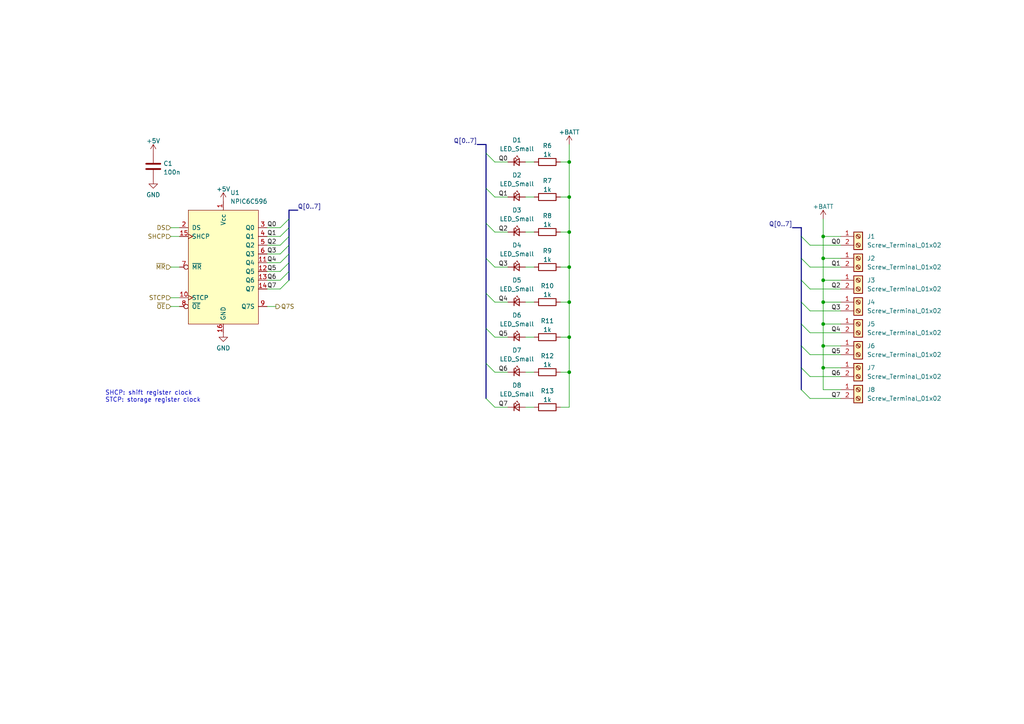
<source format=kicad_sch>
(kicad_sch (version 20230121) (generator eeschema)
  (paper "A4")
  (lib_symbols
    (symbol "Connector:Screw_Terminal_01x02" (pin_names (offset 1.016) hide)
      (property "Reference" "J" (at 0 2.54 0))
      (property "Value" "Screw_Terminal_01x02" (at 0 -5.08 0))
      (symbol "Screw_Terminal_01x02_1_1"
        (rectangle (start -1.27 1.27) (end 1.27 -3.81) (stroke (width 0.254)) (fill (type background)))
        (circle (center 0 -2.54) (radius 0.635) (stroke (width 0.1524)))
        (polyline (pts (xy -0.5334 -2.2098) (xy 0.3302 -3.048)) (stroke (width 0.1524)))
        (polyline (pts (xy -0.5334 0.3302) (xy 0.3302 -0.508)) (stroke (width 0.1524)))
        (polyline (pts (xy -0.3556 -2.032) (xy 0.508 -2.8702)) (stroke (width 0.1524)))
        (polyline (pts (xy -0.3556 0.508) (xy 0.508 -0.3302)) (stroke (width 0.1524)))
        (circle (center 0 0) (radius 0.635) (stroke (width 0.1524)))
        (pin passive line (at -5.08 0 0) (length 3.81) (name "Pin_1") (number "1"))
        (pin passive line (at -5.08 -2.54 0) (length 3.81) (name "Pin_2") (number "2"))
      )
    )
    (symbol "Device:C" (pin_numbers hide) (pin_names (offset 0.254))
      (property "Reference" "C" (at 0.635 2.54 0))
      (property "Value" "C" (at 0.635 -2.54 0))
      (symbol "C_0_1"
        (polyline (pts (xy -2.032 -0.762) (xy 2.032 -0.762)) (stroke (width 0.508)))
        (polyline (pts (xy -2.032 0.762) (xy 2.032 0.762)) (stroke (width 0.508)))
      )
      (symbol "C_1_1"
        (pin passive line (at 0 3.81 270) (length 2.794) (name "~") (number "1"))
        (pin passive line (at 0 -3.81 90) (length 2.794) (name "~") (number "2"))
      )
    )
    (symbol "Device:LED_Small" (pin_numbers hide) (pin_names (offset 0.254) hide)
      (property "Reference" "D" (at -1.27 3.175 0))
      (property "Value" "LED_Small" (at -4.445 -2.54 0))
      (symbol "LED_Small_0_1"
        (polyline (pts (xy -0.762 -1.016) (xy -0.762 1.016)) (stroke (width 0.254)))
        (polyline (pts (xy 1.016 0) (xy -0.762 0)))
        (polyline (pts (xy 0.762 -1.016) (xy -0.762 0) (xy 0.762 1.016) (xy 0.762 -1.016)) (stroke (width 0.254)))
        (polyline (pts (xy 0 0.762) (xy -0.508 1.27) (xy -0.254 1.27) (xy -0.508 1.27) (xy -0.508 1.016)))
        (polyline (pts (xy 0.508 1.27) (xy 0 1.778) (xy 0.254 1.778) (xy 0 1.778) (xy 0 1.524)))
      )
      (symbol "LED_Small_1_1"
        (pin passive line (at -2.54 0 0) (length 1.778) (name "K") (number "1"))
        (pin passive line (at 2.54 0 180) (length 1.778) (name "A") (number "2"))
      )
    )
    (symbol "Device:R" (pin_numbers hide) (pin_names (offset 0))
      (property "Reference" "R" (at 2.032 0 90))
      (property "Value" "R" (at 0 0 90))
      (symbol "R_0_1"
        (rectangle (start -1.016 -2.54) (end 1.016 2.54) (stroke (width 0.254)))
      )
      (symbol "R_1_1"
        (pin passive line (at 0 3.81 270) (length 1.27) (name "~") (number "1"))
        (pin passive line (at 0 -3.81 90) (length 1.27) (name "~") (number "2"))
      )
    )
    (symbol "power:+5V" (power) (pin_names (offset 0))
      (property "Value" "+5V" (at 0 3.556 0))
      (symbol "+5V_0_1"
        (polyline (pts (xy -0.762 1.27) (xy 0 2.54)))
        (polyline (pts (xy 0 0) (xy 0 2.54)))
        (polyline (pts (xy 0 2.54) (xy 0.762 1.27)))
      )
      (symbol "+5V_1_1"
        (pin power_in line (at 0 0 90) (length 0) hide (name "+5V") (number "1"))
      )
    )
    (symbol "power:+BATT" (power) (pin_names (offset 0))
      (property "Value" "+BATT" (at 0 3.556 0))
      (symbol "+BATT_0_1"
        (polyline (pts (xy -0.762 1.27) (xy 0 2.54)))
        (polyline (pts (xy 0 0) (xy 0 2.54)))
        (polyline (pts (xy 0 2.54) (xy 0.762 1.27)))
      )
      (symbol "+BATT_1_1"
        (pin power_in line (at 0 0 90) (length 0) hide (name "+BATT") (number "1"))
      )
    )
    (symbol "power:GND" (power) (pin_names (offset 0))
      (property "Value" "GND" (at 0 -3.81 0))
      (symbol "GND_0_1"
        (polyline (pts (xy 0 0) (xy 0 -1.27) (xy 1.27 -1.27) (xy 0 -2.54) (xy -1.27 -1.27) (xy 0 -1.27)))
      )
      (symbol "GND_1_1"
        (pin power_in line (at 0 0 270) (length 0) hide (name "GND") (number "1"))
      )
    )
    (symbol "project_lib:NPIC6C596" (pin_names (offset 1.016))
      (property "Reference" "U" (at 6.35 17.78 0))
      (property "Value" "NPIC6C596" (at 0 0 0))
      (symbol "NPIC6C596_0_1"
        (rectangle (start -10.16 16.51) (end 10.16 -16.51) (fill (type background)))
      )
      (symbol "NPIC6C596_1_1"
        (pin power_in line (at 0 19.05 270) (length 2.54) (name "Vcc") (number "1"))
        (pin input clock (at -12.7 -8.89 0) (length 2.54) (name "STCP") (number "10"))
        (pin open_collector line (at 12.7 1.27 180) (length 2.54) (name "Q4") (number "11"))
        (pin open_collector line (at 12.7 -1.27 180) (length 2.54) (name "Q5") (number "12"))
        (pin open_collector line (at 12.7 -3.81 180) (length 2.54) (name "Q6") (number "13"))
        (pin open_collector line (at 12.7 -6.35 180) (length 2.54) (name "Q7") (number "14"))
        (pin input clock (at -12.7 8.89 0) (length 2.54) (name "SHCP") (number "15"))
        (pin power_in line (at 0 -19.05 90) (length 2.54) (name "GND") (number "16"))
        (pin input line (at -12.7 11.43 0) (length 2.54) (name "DS") (number "2"))
        (pin open_collector line (at 12.7 11.43 180) (length 2.54) (name "Q0") (number "3"))
        (pin open_collector line (at 12.7 8.89 180) (length 2.54) (name "Q1") (number "4"))
        (pin open_collector line (at 12.7 6.35 180) (length 2.54) (name "Q2") (number "5"))
        (pin open_collector line (at 12.7 3.81 180) (length 2.54) (name "Q3") (number "6"))
        (pin input inverted (at -12.7 0 0) (length 2.54) (name "~{MR}") (number "7"))
        (pin input inverted (at -12.7 -11.43 0) (length 2.54) (name "~{OE}") (number "8"))
        (pin output line (at 12.7 -11.43 180) (length 2.54) (name "Q7S") (number "9"))
      )
    )
  )
  (junction (at 238.76 100.33))
  (junction (at 165.1 77.47))
  (junction (at 165.1 46.99))
  (junction (at 165.1 57.15))
  (junction (at 238.76 106.68))
  (junction (at 238.76 81.28))
  (junction (at 238.76 68.58))
  (junction (at 165.1 107.95))
  (junction (at 165.1 97.79))
  (junction (at 165.1 87.63))
  (junction (at 238.76 93.98))
  (junction (at 238.76 87.63))
  (junction (at 165.1 67.31))
  (junction (at 238.76 74.93))
  (bus_entry (at 81.28 66.04) (size 2.54 -2.54))
  (bus_entry (at 81.28 73.66) (size 2.54 -2.54))
  (bus_entry (at 234.95 109.22) (size -2.54 -2.54))
  (bus_entry (at 143.51 46.99) (size -2.54 -2.54))
  (bus_entry (at 81.28 71.12) (size 2.54 -2.54))
  (bus_entry (at 81.28 81.28) (size 2.54 -2.54))
  (bus_entry (at 143.51 107.95) (size -2.54 -2.54))
  (bus_entry (at 143.51 67.31) (size -2.54 -2.54))
  (bus_entry (at 234.95 102.87) (size -2.54 -2.54))
  (bus_entry (at 81.28 78.74) (size 2.54 -2.54))
  (bus_entry (at 234.95 83.82) (size -2.54 -2.54))
  (bus_entry (at 143.51 77.47) (size -2.54 -2.54))
  (bus_entry (at 81.28 68.58) (size 2.54 -2.54))
  (bus_entry (at 143.51 57.15) (size -2.54 -2.54))
  (bus_entry (at 234.95 115.57) (size -2.54 -2.54))
  (bus_entry (at 234.95 77.47) (size -2.54 -2.54))
  (bus_entry (at 143.51 97.79) (size -2.54 -2.54))
  (bus_entry (at 81.28 76.2) (size 2.54 -2.54))
  (bus_entry (at 81.28 83.82) (size 2.54 -2.54))
  (bus_entry (at 234.95 90.17) (size -2.54 -2.54))
  (bus_entry (at 234.95 96.52) (size -2.54 -2.54))
  (bus_entry (at 143.51 87.63) (size -2.54 -2.54))
  (bus_entry (at 234.95 71.12) (size -2.54 -2.54))
  (bus_entry (at 143.51 118.11) (size -2.54 -2.54))
  (wire (pts (xy 49.53 86.36) (xy 52.07 86.36)))
  (wire (pts (xy 243.84 115.57) (xy 234.95 115.57)))
  (wire (pts (xy 152.4 118.11) (xy 154.94 118.11)))
  (wire (pts (xy 152.4 46.99) (xy 154.94 46.99)))
  (wire (pts (xy 152.4 97.79) (xy 154.94 97.79)))
  (bus (pts (xy 140.97 41.91) (xy 138.43 41.91)))
  (wire (pts (xy 238.76 106.68) (xy 238.76 113.03)))
  (wire (pts (xy 165.1 46.99) (xy 165.1 57.15)))
  (wire (pts (xy 147.32 107.95) (xy 143.51 107.95)))
  (wire (pts (xy 238.76 87.63) (xy 238.76 93.98)))
  (bus (pts (xy 140.97 64.77) (xy 140.97 54.61)))
  (bus (pts (xy 83.82 71.12) (xy 83.82 68.58)))
  (wire (pts (xy 165.1 97.79) (xy 165.1 107.95)))
  (wire (pts (xy 77.47 83.82) (xy 81.28 83.82)))
  (bus (pts (xy 140.97 95.25) (xy 140.97 85.09)))
  (wire (pts (xy 243.84 77.47) (xy 234.95 77.47)))
  (bus (pts (xy 140.97 74.93) (xy 140.97 64.77)))
  (wire (pts (xy 165.1 77.47) (xy 165.1 87.63)))
  (wire (pts (xy 243.84 109.22) (xy 234.95 109.22)))
  (wire (pts (xy 165.1 67.31) (xy 165.1 77.47)))
  (wire (pts (xy 165.1 87.63) (xy 165.1 97.79)))
  (bus (pts (xy 140.97 44.45) (xy 140.97 41.91)))
  (wire (pts (xy 243.84 102.87) (xy 234.95 102.87)))
  (bus (pts (xy 140.97 85.09) (xy 140.97 74.93)))
  (wire (pts (xy 147.32 87.63) (xy 143.51 87.63)))
  (wire (pts (xy 238.76 81.28) (xy 238.76 87.63)))
  (bus (pts (xy 232.41 68.58) (xy 232.41 66.04)))
  (wire (pts (xy 49.53 66.04) (xy 52.07 66.04)))
  (wire (pts (xy 147.32 77.47) (xy 143.51 77.47)))
  (wire (pts (xy 147.32 57.15) (xy 143.51 57.15)))
  (wire (pts (xy 243.84 71.12) (xy 234.95 71.12)))
  (wire (pts (xy 147.32 67.31) (xy 143.51 67.31)))
  (wire (pts (xy 152.4 87.63) (xy 154.94 87.63)))
  (wire (pts (xy 77.47 88.9) (xy 80.01 88.9)))
  (wire (pts (xy 243.84 83.82) (xy 234.95 83.82)))
  (wire (pts (xy 152.4 57.15) (xy 154.94 57.15)))
  (wire (pts (xy 162.56 118.11) (xy 165.1 118.11)))
  (wire (pts (xy 238.76 74.93) (xy 243.84 74.93)))
  (wire (pts (xy 77.47 66.04) (xy 81.28 66.04)))
  (wire (pts (xy 162.56 77.47) (xy 165.1 77.47)))
  (wire (pts (xy 238.76 87.63) (xy 243.84 87.63)))
  (wire (pts (xy 243.84 113.03) (xy 238.76 113.03)))
  (bus (pts (xy 83.82 78.74) (xy 83.82 76.2)))
  (wire (pts (xy 147.32 46.99) (xy 143.51 46.99)))
  (wire (pts (xy 162.56 57.15) (xy 165.1 57.15)))
  (bus (pts (xy 83.82 60.96) (xy 86.36 60.96)))
  (bus (pts (xy 232.41 93.98) (xy 232.41 87.63)))
  (bus (pts (xy 83.82 76.2) (xy 83.82 73.66)))
  (wire (pts (xy 77.47 73.66) (xy 81.28 73.66)))
  (wire (pts (xy 238.76 93.98) (xy 243.84 93.98)))
  (wire (pts (xy 49.53 68.58) (xy 52.07 68.58)))
  (wire (pts (xy 238.76 63.5) (xy 238.76 68.58)))
  (wire (pts (xy 238.76 81.28) (xy 243.84 81.28)))
  (wire (pts (xy 77.47 81.28) (xy 81.28 81.28)))
  (wire (pts (xy 165.1 41.91) (xy 165.1 46.99)))
  (bus (pts (xy 83.82 73.66) (xy 83.82 71.12)))
  (wire (pts (xy 238.76 74.93) (xy 238.76 81.28)))
  (wire (pts (xy 152.4 77.47) (xy 154.94 77.47)))
  (wire (pts (xy 162.56 87.63) (xy 165.1 87.63)))
  (bus (pts (xy 83.82 81.28) (xy 83.82 78.74)))
  (wire (pts (xy 162.56 107.95) (xy 165.1 107.95)))
  (bus (pts (xy 83.82 68.58) (xy 83.82 66.04)))
  (wire (pts (xy 77.47 78.74) (xy 81.28 78.74)))
  (bus (pts (xy 140.97 115.57) (xy 140.97 105.41)))
  (wire (pts (xy 238.76 100.33) (xy 243.84 100.33)))
  (wire (pts (xy 162.56 46.99) (xy 165.1 46.99)))
  (wire (pts (xy 152.4 67.31) (xy 154.94 67.31)))
  (wire (pts (xy 238.76 100.33) (xy 238.76 106.68)))
  (wire (pts (xy 147.32 118.11) (xy 143.51 118.11)))
  (bus (pts (xy 140.97 54.61) (xy 140.97 44.45)))
  (wire (pts (xy 238.76 68.58) (xy 243.84 68.58)))
  (bus (pts (xy 232.41 113.03) (xy 232.41 106.68)))
  (wire (pts (xy 162.56 67.31) (xy 165.1 67.31)))
  (bus (pts (xy 232.41 74.93) (xy 232.41 68.58)))
  (bus (pts (xy 232.41 100.33) (xy 232.41 93.98)))
  (wire (pts (xy 49.53 77.47) (xy 52.07 77.47)))
  (wire (pts (xy 165.1 57.15) (xy 165.1 67.31)))
  (bus (pts (xy 232.41 66.04) (xy 229.87 66.04)))
  (bus (pts (xy 232.41 106.68) (xy 232.41 100.33)))
  (bus (pts (xy 140.97 105.41) (xy 140.97 95.25)))
  (wire (pts (xy 77.47 76.2) (xy 81.28 76.2)))
  (wire (pts (xy 238.76 68.58) (xy 238.76 74.93)))
  (wire (pts (xy 238.76 106.68) (xy 243.84 106.68)))
  (bus (pts (xy 83.82 63.5) (xy 83.82 60.96)))
  (wire (pts (xy 162.56 97.79) (xy 165.1 97.79)))
  (wire (pts (xy 238.76 93.98) (xy 238.76 100.33)))
  (wire (pts (xy 49.53 88.9) (xy 52.07 88.9)))
  (wire (pts (xy 152.4 107.95) (xy 154.94 107.95)))
  (wire (pts (xy 243.84 90.17) (xy 234.95 90.17)))
  (wire (pts (xy 147.32 97.79) (xy 143.51 97.79)))
  (bus (pts (xy 232.41 87.63) (xy 232.41 81.28)))
  (wire (pts (xy 77.47 71.12) (xy 81.28 71.12)))
  (wire (pts (xy 165.1 107.95) (xy 165.1 118.11)))
  (bus (pts (xy 232.41 81.28) (xy 232.41 74.93)))
  (wire (pts (xy 243.84 96.52) (xy 234.95 96.52)))
  (wire (pts (xy 77.47 68.58) (xy 81.28 68.58)))
  (bus (pts (xy 83.82 66.04) (xy 83.82 63.5)))
  (text "SHCP: shift register clock\nSTCP: storage register clock" (at 30.48 116.84 0) (effects (font (size 1.27 1.27)) (justify left bottom)))
  (label "Q7" (at 147.32 118.11 180))
  (label "Q5" (at 243.84 102.87 180))
  (label "Q2" (at 243.84 83.82 180))
  (label "Q3" (at 243.84 90.17 180))
  (label "Q2" (at 147.32 67.31 180))
  (label "Q5" (at 147.32 97.79 180))
  (label "Q4" (at 77.47 76.2 0))
  (label "Q[0..7]" (at 86.36 60.96 0))
  (label "Q4" (at 243.84 96.52 180))
  (label "Q3" (at 147.32 77.47 180))
  (label "Q7" (at 77.47 83.82 0))
  (label "Q6" (at 77.47 81.28 0))
  (label "Q4" (at 147.32 87.63 180))
  (label "Q0" (at 147.32 46.99 180))
  (label "Q1" (at 243.84 77.47 180))
  (label "Q1" (at 77.47 68.58 0))
  (label "Q7" (at 243.84 115.57 180))
  (label "Q0" (at 243.84 71.12 180))
  (label "Q2" (at 77.47 71.12 0))
  (label "Q6" (at 243.84 109.22 180))
  (label "Q[0..7]" (at 229.87 66.04 180))
  (label "Q3" (at 77.47 73.66 0))
  (label "Q[0..7]" (at 138.43 41.91 180))
  (label "Q6" (at 147.32 107.95 180))
  (label "Q0" (at 77.47 66.04 0))
  (label "Q1" (at 147.32 57.15 180))
  (label "Q5" (at 77.47 78.74 0))
  (hierarchical_label "SHCP" (shape input) (at 49.53 68.58 180))
  (hierarchical_label "STCP" (shape input) (at 49.53 86.36 180))
  (hierarchical_label "~{OE}" (shape input) (at 49.53 88.9 180))
  (hierarchical_label "Q7S" (shape output) (at 80.01 88.9 0))
  (hierarchical_label "~{MR}" (shape input) (at 49.53 77.47 180))
  (hierarchical_label "DS" (shape input) (at 49.53 66.04 180))
  (symbol (lib_id "Device:C") (at 44.45 48.26 0) (unit 1)
    (property "Reference" "C1" (at 47.371 47.4253 0) (effects (justify left)))
    (property "Value" "100n" (at 47.371 49.9622 0) (effects (justify left)))
    (property "Footprint" "Capacitor_SMD:C_0603_1608Metric" (effects hide))
    (instances (project "heating_controller" (path "" (reference "C1") (unit 1)) (path "" (reference "C2") (unit 1))))
  )
  (symbol (lib_id "Device:LED_Small") (at 149.86 57.15 0) (unit 1)
    (property "Reference" "D2" (at 149.9235 50.8 0))
    (property "Value" "LED_Small" (at 149.9235 53.34 0))
    (property "Footprint" "LED_SMD:LED_0603_1608Metric" (effects hide))
    (instances (project "heating_controller" (path "" (reference "D2") (unit 1)) (path "" (reference "D10") (unit 1))))
  )
  (symbol (lib_id "power:+BATT") (at 238.76 63.5 0) (unit 1)
    (property "Reference" "#PWR0102" (effects hide))
    (property "Value" "+BATT" (at 238.76 59.9242 0))
    (instances (project "heating_controller" (path "" (reference "#PWR0102") (unit 1)) (path "" (reference "#PWR0104") (unit 1))))
  )
  (symbol (lib_id "power:+5V") (at 64.77 58.42 0) (unit 1)
    (property "Reference" "#PWR0122" (effects hide))
    (property "Value" "+5V" (at 64.77 54.8442 0))
    (instances (project "heating_controller" (path "" (reference "#PWR0122") (unit 1)) (path "" (reference "#PWR0126") (unit 1))))
  )
  (symbol (lib_id "Connector:Screw_Terminal_01x02") (at 248.92 74.93 0) (unit 1)
    (property "Reference" "J2" (at 251.46 74.9299 0) (effects (justify left)))
    (property "Value" "Screw_Terminal_01x02" (at 251.46 77.4699 0) (effects (justify left)))
    (property "Footprint" "Connector_Phoenix_MC:PhoenixContact_MCV_1,5_2-G-3.81_1x02_P3.81mm_Vertical" (effects hide))
    (instances (project "heating_controller" (path "" (reference "J2") (unit 1)) (path "" (reference "J10") (unit 1))))
  )
  (symbol (lib_id "Device:R") (at 158.75 77.47 90) (unit 1)
    (property "Reference" "R9" (at 158.75 72.7542 90))
    (property "Value" "1k" (at 158.75 75.2911 90))
    (property "Footprint" "Resistor_SMD:R_0603_1608Metric" (effects hide))
    (instances (project "heating_controller" (path "" (reference "R9") (unit 1)) (path "" (reference "R17") (unit 1))))
  )
  (symbol (lib_id "power:+BATT") (at 165.1 41.91 0) (unit 1)
    (property "Reference" "#PWR0101" (effects hide))
    (property "Value" "+BATT" (at 165.1 38.3342 0))
    (instances (project "heating_controller" (path "" (reference "#PWR0101") (unit 1)) (path "" (reference "#PWR0103") (unit 1))))
  )
  (symbol (lib_id "Connector:Screw_Terminal_01x02") (at 248.92 87.63 0) (unit 1)
    (property "Reference" "J4" (at 251.46 87.6299 0) (effects (justify left)))
    (property "Value" "Screw_Terminal_01x02" (at 251.46 90.1699 0) (effects (justify left)))
    (property "Footprint" "Connector_Phoenix_MC:PhoenixContact_MCV_1,5_2-G-3.81_1x02_P3.81mm_Vertical" (effects hide))
    (instances (project "heating_controller" (path "" (reference "J4") (unit 1)) (path "" (reference "J12") (unit 1))))
  )
  (symbol (lib_id "Connector:Screw_Terminal_01x02") (at 248.92 106.68 0) (unit 1)
    (property "Reference" "J7" (at 251.46 106.6799 0) (effects (justify left)))
    (property "Value" "Screw_Terminal_01x02" (at 251.46 109.2199 0) (effects (justify left)))
    (property "Footprint" "Connector_Phoenix_MC:PhoenixContact_MCV_1,5_2-G-3.81_1x02_P3.81mm_Vertical" (effects hide))
    (instances (project "heating_controller" (path "" (reference "J7") (unit 1)) (path "" (reference "J15") (unit 1))))
  )
  (symbol (lib_id "Device:LED_Small") (at 149.86 118.11 0) (unit 1)
    (property "Reference" "D8" (at 149.9235 111.76 0))
    (property "Value" "LED_Small" (at 149.9235 114.3 0))
    (property "Footprint" "LED_SMD:LED_0603_1608Metric" (effects hide))
    (instances (project "heating_controller" (path "" (reference "D8") (unit 1)) (path "" (reference "D16") (unit 1))))
  )
  (symbol (lib_id "power:GND") (at 44.45 52.07 0) (unit 1)
    (property "Reference" "#PWR0125" (effects hide))
    (property "Value" "GND" (at 44.45 56.5134 0))
    (instances (project "heating_controller" (path "" (reference "#PWR0125") (unit 1)) (path "" (reference "#PWR0129") (unit 1))))
  )
  (symbol (lib_id "Device:LED_Small") (at 149.86 67.31 0) (unit 1)
    (property "Reference" "D3" (at 149.9235 60.96 0))
    (property "Value" "LED_Small" (at 149.9235 63.5 0))
    (property "Footprint" "LED_SMD:LED_0603_1608Metric" (effects hide))
    (instances (project "heating_controller" (path "" (reference "D3") (unit 1)) (path "" (reference "D11") (unit 1))))
  )
  (symbol (lib_id "project_lib:NPIC6C596") (at 64.77 77.47 0) (unit 1)
    (property "Reference" "U1" (at 66.7894 55.88 0) (effects (justify left)))
    (property "Value" "NPIC6C596" (at 66.7894 58.42 0) (effects (justify left)))
    (property "Footprint" "Package_SO:SO-16_3.9x9.9mm_P1.27mm" (effects hide))
    (instances (project "heating_controller" (path "" (reference "U1") (unit 1)) (path "" (reference "U2") (unit 1))))
  )
  (symbol (lib_id "Connector:Screw_Terminal_01x02") (at 248.92 113.03 0) (unit 1)
    (property "Reference" "J8" (at 251.46 113.0299 0) (effects (justify left)))
    (property "Value" "Screw_Terminal_01x02" (at 251.46 115.5699 0) (effects (justify left)))
    (property "Footprint" "Connector_Phoenix_MC:PhoenixContact_MCV_1,5_2-G-3.81_1x02_P3.81mm_Vertical" (effects hide))
    (instances (project "heating_controller" (path "" (reference "J8") (unit 1)) (path "" (reference "J16") (unit 1))))
  )
  (symbol (lib_id "Connector:Screw_Terminal_01x02") (at 248.92 93.98 0) (unit 1)
    (property "Reference" "J5" (at 251.46 93.9799 0) (effects (justify left)))
    (property "Value" "Screw_Terminal_01x02" (at 251.46 96.5199 0) (effects (justify left)))
    (property "Footprint" "Connector_Phoenix_MC:PhoenixContact_MCV_1,5_2-G-3.81_1x02_P3.81mm_Vertical" (effects hide))
    (instances (project "heating_controller" (path "" (reference "J5") (unit 1)) (path "" (reference "J13") (unit 1))))
  )
  (symbol (lib_id "Device:R") (at 158.75 97.79 90) (unit 1)
    (property "Reference" "R11" (at 158.75 93.0742 90))
    (property "Value" "1k" (at 158.75 95.6111 90))
    (property "Footprint" "Resistor_SMD:R_0603_1608Metric" (effects hide))
    (instances (project "heating_controller" (path "" (reference "R11") (unit 1)) (path "" (reference "R19") (unit 1))))
  )
  (symbol (lib_id "power:GND") (at 64.77 96.52 0) (unit 1)
    (property "Reference" "#PWR0123" (effects hide))
    (property "Value" "GND" (at 64.77 100.9634 0))
    (instances (project "heating_controller" (path "" (reference "#PWR0123") (unit 1)) (path "" (reference "#PWR0127") (unit 1))))
  )
  (symbol (lib_id "Device:LED_Small") (at 149.86 107.95 0) (unit 1)
    (property "Reference" "D7" (at 149.9235 101.6 0))
    (property "Value" "LED_Small" (at 149.9235 104.14 0))
    (property "Footprint" "LED_SMD:LED_0603_1608Metric" (effects hide))
    (instances (project "heating_controller" (path "" (reference "D7") (unit 1)) (path "" (reference "D15") (unit 1))))
  )
  (symbol (lib_id "Connector:Screw_Terminal_01x02") (at 248.92 81.28 0) (unit 1)
    (property "Reference" "J3" (at 251.46 81.2799 0) (effects (justify left)))
    (property "Value" "Screw_Terminal_01x02" (at 251.46 83.8199 0) (effects (justify left)))
    (property "Footprint" "Connector_Phoenix_MC:PhoenixContact_MCV_1,5_2-G-3.81_1x02_P3.81mm_Vertical" (effects hide))
    (instances (project "heating_controller" (path "" (reference "J3") (unit 1)) (path "" (reference "J11") (unit 1))))
  )
  (symbol (lib_id "Device:LED_Small") (at 149.86 77.47 0) (unit 1)
    (property "Reference" "D4" (at 149.9235 71.12 0))
    (property "Value" "LED_Small" (at 149.9235 73.66 0))
    (property "Footprint" "LED_SMD:LED_0603_1608Metric" (effects hide))
    (instances (project "heating_controller" (path "" (reference "D4") (unit 1)) (path "" (reference "D12") (unit 1))))
  )
  (symbol (lib_id "Device:LED_Small") (at 149.86 97.79 0) (unit 1)
    (property "Reference" "D6" (at 149.9235 91.44 0))
    (property "Value" "LED_Small" (at 149.9235 93.98 0))
    (property "Footprint" "LED_SMD:LED_0603_1608Metric" (effects hide))
    (instances (project "heating_controller" (path "" (reference "D6") (unit 1)) (path "" (reference "D14") (unit 1))))
  )
  (symbol (lib_id "power:+5V") (at 44.45 44.45 0) (unit 1)
    (property "Reference" "#PWR0124" (effects hide))
    (property "Value" "+5V" (at 44.45 40.8742 0))
    (instances (project "heating_controller" (path "" (reference "#PWR0124") (unit 1)) (path "" (reference "#PWR0128") (unit 1))))
  )
  (symbol (lib_id "Device:R") (at 158.75 118.11 90) (unit 1)
    (property "Reference" "R13" (at 158.75 113.3942 90))
    (property "Value" "1k" (at 158.75 115.9311 90))
    (property "Footprint" "Resistor_SMD:R_0603_1608Metric" (effects hide))
    (instances (project "heating_controller" (path "" (reference "R13") (unit 1)) (path "" (reference "R21") (unit 1))))
  )
  (symbol (lib_id "Device:LED_Small") (at 149.86 87.63 0) (unit 1)
    (property "Reference" "D5" (at 149.9235 81.28 0))
    (property "Value" "LED_Small" (at 149.9235 83.82 0))
    (property "Footprint" "LED_SMD:LED_0603_1608Metric" (effects hide))
    (instances (project "heating_controller" (path "" (reference "D5") (unit 1)) (path "" (reference "D13") (unit 1))))
  )
  (symbol (lib_id "Connector:Screw_Terminal_01x02") (at 248.92 68.58 0) (unit 1)
    (property "Reference" "J1" (at 251.46 68.5799 0) (effects (justify left)))
    (property "Value" "Screw_Terminal_01x02" (at 251.46 71.1199 0) (effects (justify left)))
    (property "Footprint" "Connector_Phoenix_MC:PhoenixContact_MCV_1,5_2-G-3.81_1x02_P3.81mm_Vertical" (effects hide))
    (instances (project "heating_controller" (path "" (reference "J1") (unit 1)) (path "" (reference "J9") (unit 1))))
  )
  (symbol (lib_id "Device:LED_Small") (at 149.86 46.99 0) (unit 1)
    (property "Reference" "D1" (at 149.9235 40.64 0))
    (property "Value" "LED_Small" (at 149.9235 43.18 0))
    (property "Footprint" "LED_SMD:LED_0603_1608Metric" (effects hide))
    (instances (project "heating_controller" (path "" (reference "D1") (unit 1)) (path "" (reference "D9") (unit 1))))
  )
  (symbol (lib_id "Connector:Screw_Terminal_01x02") (at 248.92 100.33 0) (unit 1)
    (property "Reference" "J6" (at 251.46 100.3299 0) (effects (justify left)))
    (property "Value" "Screw_Terminal_01x02" (at 251.46 102.8699 0) (effects (justify left)))
    (property "Footprint" "Connector_Phoenix_MC:PhoenixContact_MCV_1,5_2-G-3.81_1x02_P3.81mm_Vertical" (effects hide))
    (instances (project "heating_controller" (path "" (reference "J6") (unit 1)) (path "" (reference "J14") (unit 1))))
  )
  (symbol (lib_id "Device:R") (at 158.75 46.99 90) (unit 1)
    (property "Reference" "R6" (at 158.75 42.2742 90))
    (property "Value" "1k" (at 158.75 44.8111 90))
    (property "Footprint" "Resistor_SMD:R_0603_1608Metric" (effects hide))
    (instances (project "heating_controller" (path "" (reference "R6") (unit 1)) (path "" (reference "R14") (unit 1))))
  )
  (symbol (lib_id "Device:R") (at 158.75 107.95 90) (unit 1)
    (property "Reference" "R12" (at 158.75 103.2342 90))
    (property "Value" "1k" (at 158.75 105.7711 90))
    (property "Footprint" "Resistor_SMD:R_0603_1608Metric" (effects hide))
    (instances (project "heating_controller" (path "" (reference "R12") (unit 1)) (path "" (reference "R20") (unit 1))))
  )
  (symbol (lib_id "Device:R") (at 158.75 57.15 90) (unit 1)
    (property "Reference" "R7" (at 158.75 52.4342 90))
    (property "Value" "1k" (at 158.75 54.9711 90))
    (property "Footprint" "Resistor_SMD:R_0603_1608Metric" (effects hide))
    (instances (project "heating_controller" (path "" (reference "R7") (unit 1)) (path "" (reference "R15") (unit 1))))
  )
  (symbol (lib_id "Device:R") (at 158.75 67.31 90) (unit 1)
    (property "Reference" "R8" (at 158.75 62.5942 90))
    (property "Value" "1k" (at 158.75 65.1311 90))
    (property "Footprint" "Resistor_SMD:R_0603_1608Metric" (effects hide))
    (instances (project "heating_controller" (path "" (reference "R8") (unit 1)) (path "" (reference "R16") (unit 1))))
  )
  (symbol (lib_id "Device:R") (at 158.75 87.63 90) (unit 1)
    (property "Reference" "R10" (at 158.75 82.9142 90))
    (property "Value" "1k" (at 158.75 85.4511 90))
    (property "Footprint" "Resistor_SMD:R_0603_1608Metric" (effects hide))
    (instances (project "heating_controller" (path "" (reference "R10") (unit 1)) (path "" (reference "R18") (unit 1))))
  )
)
</source>
